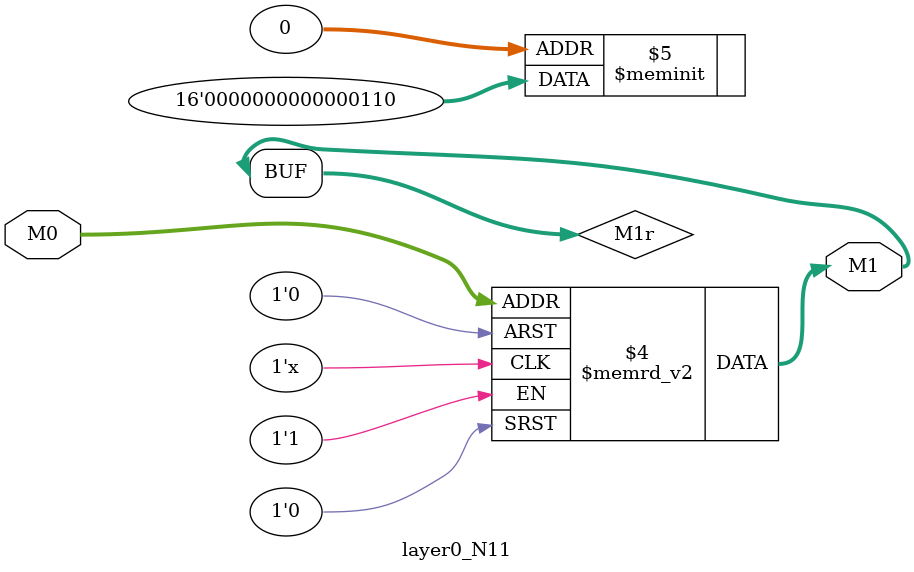
<source format=v>
module layer0_N11 ( input [2:0] M0, output [1:0] M1 );

	(*rom_style = "distributed" *) reg [1:0] M1r;
	assign M1 = M1r;
	always @ (M0) begin
		case (M0)
			3'b000: M1r = 2'b10;
			3'b100: M1r = 2'b00;
			3'b010: M1r = 2'b00;
			3'b110: M1r = 2'b00;
			3'b001: M1r = 2'b01;
			3'b101: M1r = 2'b00;
			3'b011: M1r = 2'b00;
			3'b111: M1r = 2'b00;

		endcase
	end
endmodule

</source>
